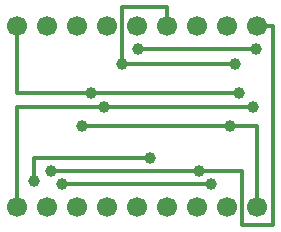
<source format=gbl>
G04 MADE WITH FRITZING*
G04 WWW.FRITZING.ORG*
G04 DOUBLE SIDED*
G04 HOLES PLATED*
G04 CONTOUR ON CENTER OF CONTOUR VECTOR*
%ASAXBY*%
%FSLAX23Y23*%
%MOIN*%
%OFA0B0*%
%SFA1.0B1.0*%
%ADD10C,0.066929*%
%ADD11C,0.039370*%
%ADD12C,0.012000*%
%LNCOPPER0*%
G90*
G70*
G54D10*
X95Y117D03*
X195Y117D03*
X295Y117D03*
X395Y117D03*
X495Y117D03*
X595Y117D03*
X695Y117D03*
X795Y117D03*
X895Y117D03*
X895Y718D03*
X795Y718D03*
X695Y718D03*
X595Y718D03*
X495Y718D03*
X395Y718D03*
X295Y718D03*
X195Y718D03*
X95Y718D03*
G54D11*
X540Y280D03*
X151Y203D03*
X704Y237D03*
X209Y237D03*
X247Y193D03*
X742Y193D03*
X806Y387D03*
X312Y387D03*
X387Y448D03*
X882Y448D03*
X342Y496D03*
X837Y496D03*
X446Y593D03*
X822Y593D03*
X499Y643D03*
X891Y643D03*
G54D12*
X526Y280D02*
X151Y280D01*
D02*
X151Y280D02*
X151Y217D01*
D02*
X691Y237D02*
X223Y237D01*
D02*
X723Y193D02*
X266Y193D01*
D02*
X846Y57D02*
X846Y237D01*
D02*
X949Y57D02*
X846Y57D01*
D02*
X846Y237D02*
X718Y237D01*
D02*
X949Y718D02*
X949Y57D01*
D02*
X920Y718D02*
X949Y718D01*
D02*
X326Y387D02*
X793Y387D01*
D02*
X895Y387D02*
X895Y142D01*
D02*
X820Y387D02*
X895Y387D01*
D02*
X863Y448D02*
X406Y448D01*
D02*
X95Y448D02*
X95Y142D01*
D02*
X374Y448D02*
X95Y448D01*
D02*
X361Y496D02*
X818Y496D01*
D02*
X95Y496D02*
X328Y496D01*
D02*
X95Y693D02*
X95Y496D01*
D02*
X459Y593D02*
X809Y593D01*
D02*
X513Y643D02*
X878Y643D01*
D02*
X446Y607D02*
X446Y782D01*
D02*
X446Y782D02*
X595Y782D01*
D02*
X595Y782D02*
X595Y744D01*
G04 End of Copper0*
M02*
</source>
